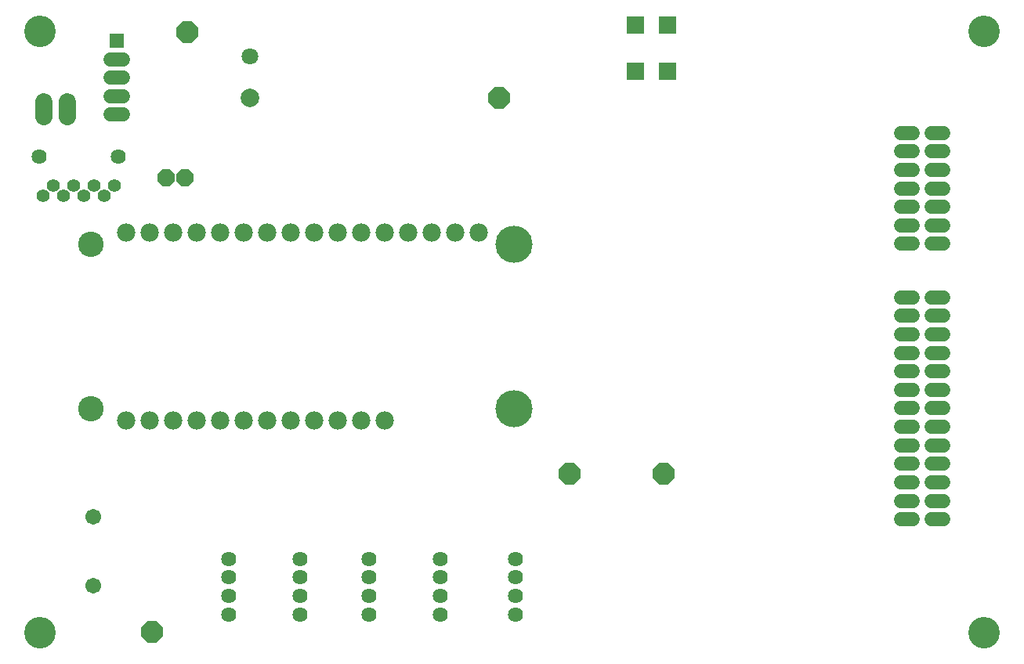
<source format=gbr>
G04 EAGLE Gerber RS-274X export*
G75*
%MOMM*%
%FSLAX34Y34*%
%LPD*%
%INSoldermask Bottom*%
%IPPOS*%
%AMOC8*
5,1,8,0,0,1.08239X$1,22.5*%
G01*
%ADD10C,3.403200*%
%ADD11C,1.853200*%
%ADD12C,2.743200*%
%ADD13C,4.013200*%
%ADD14C,1.981200*%
%ADD15R,1.625600X1.625600*%
%ADD16C,1.511200*%
%ADD17C,1.803200*%
%ADD18C,2.003200*%
%ADD19C,1.703200*%
%ADD20R,1.853200X1.853200*%
%ADD21C,1.411200*%
%ADD22C,1.625600*%
%ADD23P,2.556822X8X22.500000*%
%ADD24P,2.034460X8X202.500000*%


D10*
X25000Y25000D03*
X25000Y675000D03*
X1045000Y675000D03*
X1045000Y25000D03*
D11*
X29410Y582300D02*
X29410Y598800D01*
X54410Y598800D02*
X54410Y582300D01*
D12*
X80010Y266700D03*
X80010Y444500D03*
D13*
X537210Y266700D03*
X537210Y444500D03*
D14*
X397510Y254000D03*
X372110Y254000D03*
X346710Y254000D03*
X321310Y254000D03*
X295910Y254000D03*
X270510Y254000D03*
X245110Y254000D03*
X219710Y254000D03*
X194310Y254000D03*
X168910Y254000D03*
X143510Y254000D03*
X118110Y254000D03*
X397510Y457200D03*
X372110Y457200D03*
X346710Y457200D03*
X321310Y457200D03*
X295910Y457200D03*
X270510Y457200D03*
X245110Y457200D03*
X219710Y457200D03*
X194310Y457200D03*
X168910Y457200D03*
X143510Y457200D03*
X118110Y457200D03*
X422910Y457200D03*
X448310Y457200D03*
X473710Y457200D03*
X499110Y457200D03*
D15*
X107950Y664840D03*
D16*
X114490Y644840D02*
X101410Y644840D01*
X101410Y624840D02*
X114490Y624840D01*
X114490Y604840D02*
X101410Y604840D01*
X101410Y584840D02*
X114490Y584840D01*
D17*
X251460Y647700D03*
D18*
X251460Y602700D03*
D19*
X82550Y149990D03*
X82550Y75490D03*
D20*
X668020Y681430D03*
X703020Y681430D03*
X668020Y631430D03*
X703020Y631430D03*
D21*
X105410Y508000D03*
X94488Y497078D03*
X83312Y508000D03*
X72390Y497078D03*
X61468Y508000D03*
X50292Y497078D03*
X39370Y508000D03*
X28448Y497078D03*
D22*
X109610Y539750D03*
X23610Y539750D03*
D16*
X954980Y387350D02*
X968060Y387350D01*
X968060Y367350D02*
X954980Y367350D01*
X954980Y347350D02*
X968060Y347350D01*
X968060Y327350D02*
X954980Y327350D01*
X954980Y307350D02*
X968060Y307350D01*
X968060Y287350D02*
X954980Y287350D01*
X954980Y267350D02*
X968060Y267350D01*
X968060Y247350D02*
X954980Y247350D01*
X954980Y227350D02*
X968060Y227350D01*
X968060Y207350D02*
X954980Y207350D01*
X954980Y187350D02*
X968060Y187350D01*
X968060Y167350D02*
X954980Y167350D01*
X954980Y147350D02*
X968060Y147350D01*
X988060Y147350D02*
X1001140Y147350D01*
X1001140Y167350D02*
X988060Y167350D01*
X988060Y187350D02*
X1001140Y187350D01*
X1001140Y207350D02*
X988060Y207350D01*
X988060Y227350D02*
X1001140Y227350D01*
X1001140Y247350D02*
X988060Y247350D01*
X988060Y267350D02*
X1001140Y267350D01*
X1001140Y287350D02*
X988060Y287350D01*
X988060Y307350D02*
X1001140Y307350D01*
X1001140Y327350D02*
X988060Y327350D01*
X988060Y347350D02*
X1001140Y347350D01*
X1001140Y367350D02*
X988060Y367350D01*
X988060Y387350D02*
X1001140Y387350D01*
X968060Y565150D02*
X954980Y565150D01*
X954980Y545150D02*
X968060Y545150D01*
X968060Y525150D02*
X954980Y525150D01*
X954980Y505150D02*
X968060Y505150D01*
X968060Y485150D02*
X954980Y485150D01*
X954980Y465150D02*
X968060Y465150D01*
X968060Y445150D02*
X954980Y445150D01*
X988060Y445150D02*
X1001140Y445150D01*
X1001140Y465150D02*
X988060Y465150D01*
X988060Y485150D02*
X1001140Y485150D01*
X1001140Y505150D02*
X988060Y505150D01*
X988060Y525150D02*
X1001140Y525150D01*
X1001140Y545150D02*
X988060Y545150D01*
X988060Y565150D02*
X1001140Y565150D01*
D22*
X538480Y104590D03*
X538480Y84590D03*
X538480Y64590D03*
X538480Y44590D03*
X380365Y104590D03*
X380365Y84590D03*
X380365Y64590D03*
X380365Y44590D03*
X457200Y104590D03*
X457200Y84590D03*
X457200Y64590D03*
X457200Y44590D03*
X306070Y104590D03*
X306070Y84590D03*
X306070Y64590D03*
X306070Y44590D03*
X229235Y104590D03*
X229235Y84590D03*
X229235Y64590D03*
X229235Y44590D03*
D23*
X520700Y603250D03*
X698500Y196850D03*
X596900Y196850D03*
X184150Y674370D03*
X146050Y25400D03*
D24*
X181450Y516890D03*
X161450Y516890D03*
M02*

</source>
